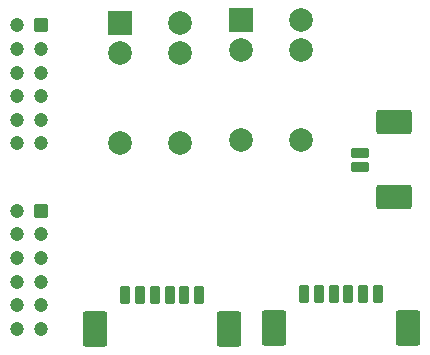
<source format=gbr>
%TF.GenerationSoftware,KiCad,Pcbnew,8.0.5*%
%TF.CreationDate,2025-02-22T06:14:54-05:00*%
%TF.ProjectId,IR Junction,4952204a-756e-4637-9469-6f6e2e6b6963,rev?*%
%TF.SameCoordinates,Original*%
%TF.FileFunction,Soldermask,Top*%
%TF.FilePolarity,Negative*%
%FSLAX46Y46*%
G04 Gerber Fmt 4.6, Leading zero omitted, Abs format (unit mm)*
G04 Created by KiCad (PCBNEW 8.0.5) date 2025-02-22 06:14:54*
%MOMM*%
%LPD*%
G01*
G04 APERTURE LIST*
G04 Aperture macros list*
%AMRoundRect*
0 Rectangle with rounded corners*
0 $1 Rounding radius*
0 $2 $3 $4 $5 $6 $7 $8 $9 X,Y pos of 4 corners*
0 Add a 4 corners polygon primitive as box body*
4,1,4,$2,$3,$4,$5,$6,$7,$8,$9,$2,$3,0*
0 Add four circle primitives for the rounded corners*
1,1,$1+$1,$2,$3*
1,1,$1+$1,$4,$5*
1,1,$1+$1,$6,$7*
1,1,$1+$1,$8,$9*
0 Add four rect primitives between the rounded corners*
20,1,$1+$1,$2,$3,$4,$5,0*
20,1,$1+$1,$4,$5,$6,$7,0*
20,1,$1+$1,$6,$7,$8,$9,0*
20,1,$1+$1,$8,$9,$2,$3,0*%
G04 Aperture macros list end*
%ADD10R,2.000000X2.000000*%
%ADD11C,2.000000*%
%ADD12RoundRect,0.200000X0.600000X-0.200000X0.600000X0.200000X-0.600000X0.200000X-0.600000X-0.200000X0*%
%ADD13RoundRect,0.250001X1.249999X-0.799999X1.249999X0.799999X-1.249999X0.799999X-1.249999X-0.799999X0*%
%ADD14RoundRect,0.200000X-0.200000X-0.600000X0.200000X-0.600000X0.200000X0.600000X-0.200000X0.600000X0*%
%ADD15RoundRect,0.250001X-0.799999X-1.249999X0.799999X-1.249999X0.799999X1.249999X-0.799999X1.249999X0*%
%ADD16C,1.200000*%
%ADD17RoundRect,0.250000X-0.350000X0.350000X-0.350000X-0.350000X0.350000X-0.350000X0.350000X0.350000X0*%
G04 APERTURE END LIST*
D10*
%TO.C,K3*%
X152570000Y-83940000D03*
D11*
X152570000Y-86480000D03*
X152570000Y-94100000D03*
X157650000Y-94100000D03*
X157650000Y-86480000D03*
X157650000Y-83940000D03*
%TD*%
D10*
%TO.C,K1*%
X142342500Y-84142500D03*
D11*
X142342500Y-86682500D03*
X142342500Y-94302500D03*
X147422500Y-94302500D03*
X147422500Y-86682500D03*
X147422500Y-84142500D03*
%TD*%
D12*
%TO.C,J10*%
X162650000Y-96375000D03*
X162650000Y-95125000D03*
D13*
X165550000Y-98925000D03*
X165550000Y-92575000D03*
%TD*%
D14*
%TO.C,J11*%
X157925000Y-107100000D03*
X159175000Y-107100000D03*
X160425000Y-107100000D03*
X161675000Y-107100000D03*
X162925000Y-107100000D03*
X164175000Y-107100000D03*
D15*
X155375000Y-110000000D03*
X166725000Y-110000000D03*
%TD*%
D16*
%TO.C,J1*%
X133650000Y-94350000D03*
X135650000Y-94350000D03*
X133650000Y-92350000D03*
X135650000Y-92350000D03*
X133650000Y-90350000D03*
X135650000Y-90350000D03*
X133650000Y-88350000D03*
X135650000Y-88350000D03*
X133650000Y-86350000D03*
X135650000Y-86350000D03*
X133650000Y-84350000D03*
D17*
X135650000Y-84350000D03*
%TD*%
D14*
%TO.C,J12*%
X142800000Y-107150000D03*
X144050000Y-107150000D03*
X145300000Y-107150000D03*
X146550000Y-107150000D03*
X147800000Y-107150000D03*
X149050000Y-107150000D03*
D15*
X140250000Y-110050000D03*
X151600000Y-110050000D03*
%TD*%
D17*
%TO.C,J3*%
X135650000Y-100050000D03*
D16*
X133650000Y-100050000D03*
X135650000Y-102050000D03*
X133650000Y-102050000D03*
X135650000Y-104050000D03*
X133650000Y-104050000D03*
X135650000Y-106050000D03*
X133650000Y-106050000D03*
X135650000Y-108050000D03*
X133650000Y-108050000D03*
X135650000Y-110050000D03*
X133650000Y-110050000D03*
%TD*%
M02*

</source>
